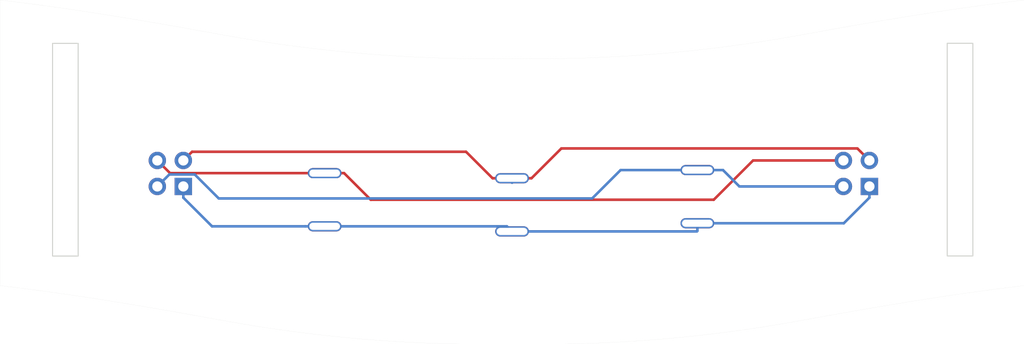
<source format=kicad_pcb>
(kicad_pcb (version 20171130) (host pcbnew "(5.1.4-0)")

  (general
    (thickness 1.6)
    (drawings 15)
    (tracks 40)
    (zones 0)
    (modules 5)
    (nets 5)
  )

  (page A4)
  (layers
    (0 F.Cu signal)
    (31 B.Cu signal)
    (32 B.Adhes user)
    (33 F.Adhes user)
    (34 B.Paste user)
    (35 F.Paste user)
    (36 B.SilkS user)
    (37 F.SilkS user)
    (38 B.Mask user)
    (39 F.Mask user)
    (40 Dwgs.User user)
    (41 Cmts.User user)
    (42 Eco1.User user)
    (43 Eco2.User user)
    (44 Edge.Cuts user)
    (45 Margin user)
    (46 B.CrtYd user)
    (47 F.CrtYd user)
    (48 B.Fab user)
    (49 F.Fab user)
  )

  (setup
    (last_trace_width 0.25)
    (user_trace_width 0.5)
    (user_trace_width 0.75)
    (user_trace_width 1)
    (trace_clearance 0.2)
    (zone_clearance 0.508)
    (zone_45_only no)
    (trace_min 0.2)
    (via_size 0.8)
    (via_drill 0.4)
    (via_min_size 0.4)
    (via_min_drill 0.3)
    (uvia_size 0.3)
    (uvia_drill 0.1)
    (uvias_allowed no)
    (uvia_min_size 0.2)
    (uvia_min_drill 0.1)
    (edge_width 0.05)
    (segment_width 0.2)
    (pcb_text_width 0.3)
    (pcb_text_size 1.5 1.5)
    (mod_edge_width 0.12)
    (mod_text_size 1 1)
    (mod_text_width 0.15)
    (pad_size 1.524 1.524)
    (pad_drill 0.762)
    (pad_to_mask_clearance 0.051)
    (solder_mask_min_width 0.25)
    (aux_axis_origin 0 0)
    (visible_elements FFFFEFFF)
    (pcbplotparams
      (layerselection 0x010f0_ffffffff)
      (usegerberextensions false)
      (usegerberattributes false)
      (usegerberadvancedattributes false)
      (creategerberjobfile true)
      (excludeedgelayer false)
      (linewidth 0.150000)
      (plotframeref false)
      (viasonmask false)
      (mode 1)
      (useauxorigin false)
      (hpglpennumber 1)
      (hpglpenspeed 20)
      (hpglpendiameter 15.000000)
      (psnegative false)
      (psa4output false)
      (plotreference true)
      (plotvalue true)
      (plotinvisibletext false)
      (padsonsilk false)
      (subtractmaskfromsilk true)
      (outputformat 1)
      (mirror false)
      (drillshape 0)
      (scaleselection 1)
      (outputdirectory "plots/"))
  )

  (net 0 "")
  (net 1 "Net-(J5-Pad4)")
  (net 2 "Net-(J5-Pad3)")
  (net 3 "Net-(J5-Pad2)")
  (net 4 "Net-(J5-Pad1)")

  (net_class Default "This is the default net class."
    (clearance 0.2)
    (trace_width 0.25)
    (via_dia 0.8)
    (via_drill 0.4)
    (uvia_dia 0.3)
    (uvia_drill 0.1)
    (add_net "Net-(J5-Pad1)")
    (add_net "Net-(J5-Pad2)")
    (add_net "Net-(J5-Pad3)")
    (add_net "Net-(J5-Pad4)")
  )

  (module userLib:reset_button_2.8mm (layer F.Cu) (tedit 5DEE95CE) (tstamp 5DEF1195)
    (at 132 110.4 90)
    (path /5DF60780)
    (fp_text reference SW7 (at 0 3.75 90) (layer Cmts.User) hide
      (effects (font (size 1 1) (thickness 0.15)))
    )
    (fp_text value SW_Push (at 0 -5.5 90) (layer Cmts.User)
      (effects (font (size 1 1) (thickness 0.15)))
    )
    (fp_circle (center 0 0) (end 8.75 0) (layer Dwgs.User) (width 0.12))
    (fp_circle (center 0 0) (end 6.000208 0) (layer Dwgs.User) (width 0.12))
    (pad 2 thru_hole oval (at 2.6 0 180) (size 3.3 1) (drill oval 3 0.7) (layers *.Cu *.Mask)
      (net 1 "Net-(J5-Pad4)"))
    (pad 1 thru_hole oval (at -2.6 0 180) (size 3.3 1) (drill oval 3 0.7) (layers *.Cu *.Mask)
      (net 4 "Net-(J5-Pad1)"))
  )

  (module userLib:reset_button_2.8mm (layer F.Cu) (tedit 5DEE95CE) (tstamp 5DEF118D)
    (at 150.3 110.9 90)
    (path /5DF6041A)
    (fp_text reference SW6 (at 0 3.75 90) (layer Cmts.User) hide
      (effects (font (size 1 1) (thickness 0.15)))
    )
    (fp_text value SW_Push (at 0 -5.5 90) (layer Cmts.User)
      (effects (font (size 1 1) (thickness 0.15)))
    )
    (fp_circle (center 0 0) (end 8.75 0) (layer Dwgs.User) (width 0.12))
    (fp_circle (center 0 0) (end 6.000208 0) (layer Dwgs.User) (width 0.12))
    (pad 2 thru_hole oval (at 2.6 0 180) (size 3.3 1) (drill oval 3 0.7) (layers *.Cu *.Mask)
      (net 2 "Net-(J5-Pad3)"))
    (pad 1 thru_hole oval (at -2.6 0 180) (size 3.3 1) (drill oval 3 0.7) (layers *.Cu *.Mask)
      (net 4 "Net-(J5-Pad1)"))
  )

  (module userLib:PinHeader_2x02_P2.54mm_Vertical (layer F.Cu) (tedit 5DEE961A) (tstamp 5DEF1530)
    (at 185.2 109.1 180)
    (descr "Through hole straight pin header, 2x02, 2.54mm pitch, double rows")
    (tags "Through hole pin header THT 2x02 2.54mm double row")
    (path /5DEF78A7)
    (fp_text reference J6 (at 1.27 -1.8542) (layer Cmts.User) hide
      (effects (font (size 1 1) (thickness 0.15)))
    )
    (fp_text value Conn_01x04_Female (at 1.27 4.87) (layer F.Fab)
      (effects (font (size 1 1) (thickness 0.15)))
    )
    (fp_text user %R (at 1.27 1.27 90) (layer Cmts.User) hide
      (effects (font (size 1 1) (thickness 0.15)))
    )
    (pad 1 thru_hole rect (at 0 0 180) (size 1.7 1.7) (drill 1) (layers *.Cu *.Mask)
      (net 4 "Net-(J5-Pad1)"))
    (pad 2 thru_hole oval (at 2.54 0 180) (size 1.7 1.7) (drill 1) (layers *.Cu *.Mask)
      (net 3 "Net-(J5-Pad2)"))
    (pad 3 thru_hole oval (at 0 2.54 180) (size 1.7 1.7) (drill 1) (layers *.Cu *.Mask)
      (net 2 "Net-(J5-Pad3)"))
    (pad 4 thru_hole oval (at 2.54 2.54 180) (size 1.7 1.7) (drill 1) (layers *.Cu *.Mask)
      (net 1 "Net-(J5-Pad4)"))
    (model ${KISYS3DMOD}/Connector_PinHeader_2.54mm.3dshapes/PinHeader_2x02_P2.54mm_Vertical.wrl
      (at (xyz 0 0 0))
      (scale (xyz 1 1 1))
      (rotate (xyz 0 0 0))
    )
  )

  (module userLib:PinHeader_2x02_P2.54mm_Vertical (layer F.Cu) (tedit 5DEE961A) (tstamp 5DEF14A3)
    (at 118.2 109.1 180)
    (descr "Through hole straight pin header, 2x02, 2.54mm pitch, double rows")
    (tags "Through hole pin header THT 2x02 2.54mm double row")
    (path /5DF55E4C)
    (fp_text reference J5 (at 1.27 -1.8542) (layer Cmts.User) hide
      (effects (font (size 1 1) (thickness 0.15)))
    )
    (fp_text value Conn_01x04_Female (at 1.27 4.87) (layer F.Fab)
      (effects (font (size 1 1) (thickness 0.15)))
    )
    (fp_text user %R (at 1.27 1.27 90) (layer Cmts.User) hide
      (effects (font (size 1 1) (thickness 0.15)))
    )
    (pad 1 thru_hole rect (at 0 0 180) (size 1.7 1.7) (drill 1) (layers *.Cu *.Mask)
      (net 4 "Net-(J5-Pad1)"))
    (pad 2 thru_hole oval (at 2.54 0 180) (size 1.7 1.7) (drill 1) (layers *.Cu *.Mask)
      (net 3 "Net-(J5-Pad2)"))
    (pad 3 thru_hole oval (at 0 2.54 180) (size 1.7 1.7) (drill 1) (layers *.Cu *.Mask)
      (net 2 "Net-(J5-Pad3)"))
    (pad 4 thru_hole oval (at 2.54 2.54 180) (size 1.7 1.7) (drill 1) (layers *.Cu *.Mask)
      (net 1 "Net-(J5-Pad4)"))
    (model ${KISYS3DMOD}/Connector_PinHeader_2.54mm.3dshapes/PinHeader_2x02_P2.54mm_Vertical.wrl
      (at (xyz 0 0 0))
      (scale (xyz 1 1 1))
      (rotate (xyz 0 0 0))
    )
  )

  (module userLib:reset_button_2.8mm (layer F.Cu) (tedit 5DEE95CE) (tstamp 5DEF1185)
    (at 168.4 110.1 90)
    (path /5DF5EE64)
    (fp_text reference SW3 (at 0 3.75 90) (layer Cmts.User) hide
      (effects (font (size 1 1) (thickness 0.15)))
    )
    (fp_text value SW_Push (at 0 -5.5 90) (layer Cmts.User)
      (effects (font (size 1 1) (thickness 0.15)))
    )
    (fp_circle (center 0 0) (end 8.75 0) (layer Dwgs.User) (width 0.12))
    (fp_circle (center 0 0) (end 6.000208 0) (layer Dwgs.User) (width 0.12))
    (pad 2 thru_hole oval (at 2.6 0 180) (size 3.3 1) (drill oval 3 0.7) (layers *.Cu *.Mask)
      (net 3 "Net-(J5-Pad2)"))
    (pad 1 thru_hole oval (at -2.6 0 180) (size 3.3 1) (drill oval 3 0.7) (layers *.Cu *.Mask)
      (net 4 "Net-(J5-Pad1)"))
  )

  (gr_poly (pts (xy 107.930171 115.907982) (xy 105.430171 115.907982) (xy 105.430171 95.107982) (xy 107.930171 95.107982)) (layer Edge.Cuts) (width 0.1) (tstamp 5DEF880B))
  (gr_poly (pts (xy 195.3 115.9) (xy 192.8 115.9) (xy 192.8 95.1) (xy 195.3 95.1)) (layer Edge.Cuts) (width 0.1))
  (gr_curve (pts (xy 200.3 90.871184) (xy 192.198314 91.832126) (xy 185.145766 93.077526) (xy 178.422158 94.303267)) (layer Edge.Cuts) (width 0.007874))
  (gr_curve (pts (xy 100.300297 118.8) (xy 108.401982 119.760943) (xy 115.45453 121.006342) (xy 122.178137 122.232083)) (layer Edge.Cuts) (width 0.007874))
  (gr_curve (pts (xy 100.300254 118.8) (xy 100.300254 118.8) (xy 100.300297 118.8) (xy 100.300297 118.8)) (layer Edge.Cuts) (width 0.007874))
  (gr_curve (pts (xy 150.300137 124.513529) (xy 159.695475 124.682273) (xy 169.121927 123.927562) (xy 178.422158 122.232083)) (layer Edge.Cuts) (width 0.007874))
  (gr_curve (pts (xy 122.178137 122.232083) (xy 131.478369 123.927562) (xy 140.904821 124.682273) (xy 150.300137 124.513529)) (layer Edge.Cuts) (width 0.007874))
  (gr_curve (pts (xy 100.300297 90.871184) (xy 100.300297 90.871184) (xy 100.300254 118.8) (xy 100.300254 118.8)) (layer Edge.Cuts) (width 0.007874))
  (gr_curve (pts (xy 122.178137 94.303267) (xy 115.45453 93.077526) (xy 108.401982 91.832126) (xy 100.300297 90.871184)) (layer Edge.Cuts) (width 0.007874))
  (gr_curve (pts (xy 200.300043 90.871184) (xy 200.300043 90.871184) (xy 200.3 90.871184) (xy 200.3 90.871184)) (layer Edge.Cuts) (width 0.007874))
  (gr_curve (pts (xy 178.422158 122.232083) (xy 185.145766 121.006342) (xy 192.198314 119.760943) (xy 200.3 118.8)) (layer Edge.Cuts) (width 0.007874))
  (gr_curve (pts (xy 200.300043 118.8) (xy 200.300043 118.8) (xy 200.3 90.871184) (xy 200.300043 90.871184)) (layer Edge.Cuts) (width 0.007874))
  (gr_curve (pts (xy 150.300137 96.584712) (xy 140.904821 96.753457) (xy 131.478369 95.998746) (xy 122.178137 94.303267)) (layer Edge.Cuts) (width 0.007874))
  (gr_curve (pts (xy 178.422158 94.303267) (xy 169.121927 95.998746) (xy 159.695475 96.753457) (xy 150.300137 96.584712)) (layer Edge.Cuts) (width 0.007874))
  (gr_curve (pts (xy 200.3 118.8) (xy 200.3 118.8) (xy 200.300043 118.8) (xy 200.300043 118.8)) (layer Edge.Cuts) (width 0.007874))

  (segment (start 116.9 107.8) (end 132 107.8) (width 0.25) (layer F.Cu) (net 1))
  (segment (start 115.66 106.56) (end 116.9 107.8) (width 0.25) (layer F.Cu) (net 1))
  (segment (start 182.66 106.56) (end 173.84 106.56) (width 0.25) (layer F.Cu) (net 1))
  (segment (start 173.84 106.56) (end 170 110.4) (width 0.25) (layer F.Cu) (net 1))
  (segment (start 136.5 110.4) (end 133.9 107.8) (width 0.25) (layer F.Cu) (net 1))
  (segment (start 133.9 107.8) (end 132 107.8) (width 0.25) (layer F.Cu) (net 1))
  (segment (start 170 110.4) (end 136.5 110.4) (width 0.25) (layer F.Cu) (net 1))
  (segment (start 150.300582 107.981716) (end 150.300582 108.731716) (width 0.25) (layer B.Cu) (net 2) (tstamp 5DEEB578))
  (segment (start 150.3 107.98) (end 150.3 108.73) (width 0.25) (layer B.Cu) (net 2))
  (segment (start 148.4 108.3) (end 150.3 108.3) (width 0.25) (layer F.Cu) (net 2))
  (segment (start 145.810001 105.710001) (end 148.4 108.3) (width 0.25) (layer F.Cu) (net 2))
  (segment (start 119.049999 105.710001) (end 145.810001 105.710001) (width 0.25) (layer F.Cu) (net 2))
  (segment (start 118.2 106.56) (end 119.049999 105.710001) (width 0.25) (layer F.Cu) (net 2))
  (segment (start 184.350001 105.710001) (end 185.2 106.56) (width 0.25) (layer F.Cu) (net 2))
  (segment (start 184.024999 105.384999) (end 184.350001 105.710001) (width 0.25) (layer F.Cu) (net 2))
  (segment (start 155.115001 105.384999) (end 184.024999 105.384999) (width 0.25) (layer F.Cu) (net 2))
  (segment (start 152.2 108.3) (end 155.115001 105.384999) (width 0.25) (layer F.Cu) (net 2))
  (segment (start 150.3 108.3) (end 152.2 108.3) (width 0.25) (layer F.Cu) (net 2))
  (segment (start 182.66 109.1) (end 172.5 109.1) (width 0.25) (layer B.Cu) (net 3))
  (segment (start 170.9 107.5) (end 168.4 107.5) (width 0.25) (layer B.Cu) (net 3))
  (segment (start 172.5 109.1) (end 170.9 107.5) (width 0.25) (layer B.Cu) (net 3))
  (segment (start 168.4 107.5) (end 160.9 107.5) (width 0.25) (layer B.Cu) (net 3))
  (segment (start 116.509999 108.250001) (end 115.66 109.1) (width 0.25) (layer B.Cu) (net 3))
  (segment (start 119.310001 107.924999) (end 116.835001 107.924999) (width 0.25) (layer B.Cu) (net 3))
  (segment (start 116.835001 107.924999) (end 116.509999 108.250001) (width 0.25) (layer B.Cu) (net 3))
  (segment (start 121.660003 110.275001) (end 119.310001 107.924999) (width 0.25) (layer B.Cu) (net 3))
  (segment (start 158.124999 110.275001) (end 121.660003 110.275001) (width 0.25) (layer B.Cu) (net 3))
  (segment (start 160.9 107.5) (end 158.124999 110.275001) (width 0.25) (layer B.Cu) (net 3))
  (segment (start 130.1 113) (end 132 113) (width 0.25) (layer B.Cu) (net 4))
  (segment (start 121 113) (end 130.1 113) (width 0.25) (layer B.Cu) (net 4))
  (segment (start 118.2 110.2) (end 121 113) (width 0.25) (layer B.Cu) (net 4))
  (segment (start 118.2 109.1) (end 118.2 110.2) (width 0.25) (layer B.Cu) (net 4))
  (segment (start 149.8 113) (end 150.3 113.5) (width 0.25) (layer B.Cu) (net 4))
  (segment (start 132 113) (end 149.8 113) (width 0.25) (layer B.Cu) (net 4))
  (segment (start 168.4 113.45) (end 168.4 112.7) (width 0.25) (layer B.Cu) (net 4))
  (segment (start 168.35 113.5) (end 168.4 113.45) (width 0.25) (layer B.Cu) (net 4))
  (segment (start 150.3 113.5) (end 168.35 113.5) (width 0.25) (layer B.Cu) (net 4))
  (segment (start 185.2 110.2) (end 185.2 109.1) (width 0.25) (layer B.Cu) (net 4))
  (segment (start 182.7 112.7) (end 185.2 110.2) (width 0.25) (layer B.Cu) (net 4))
  (segment (start 168.4 112.7) (end 182.7 112.7) (width 0.25) (layer B.Cu) (net 4))

)

</source>
